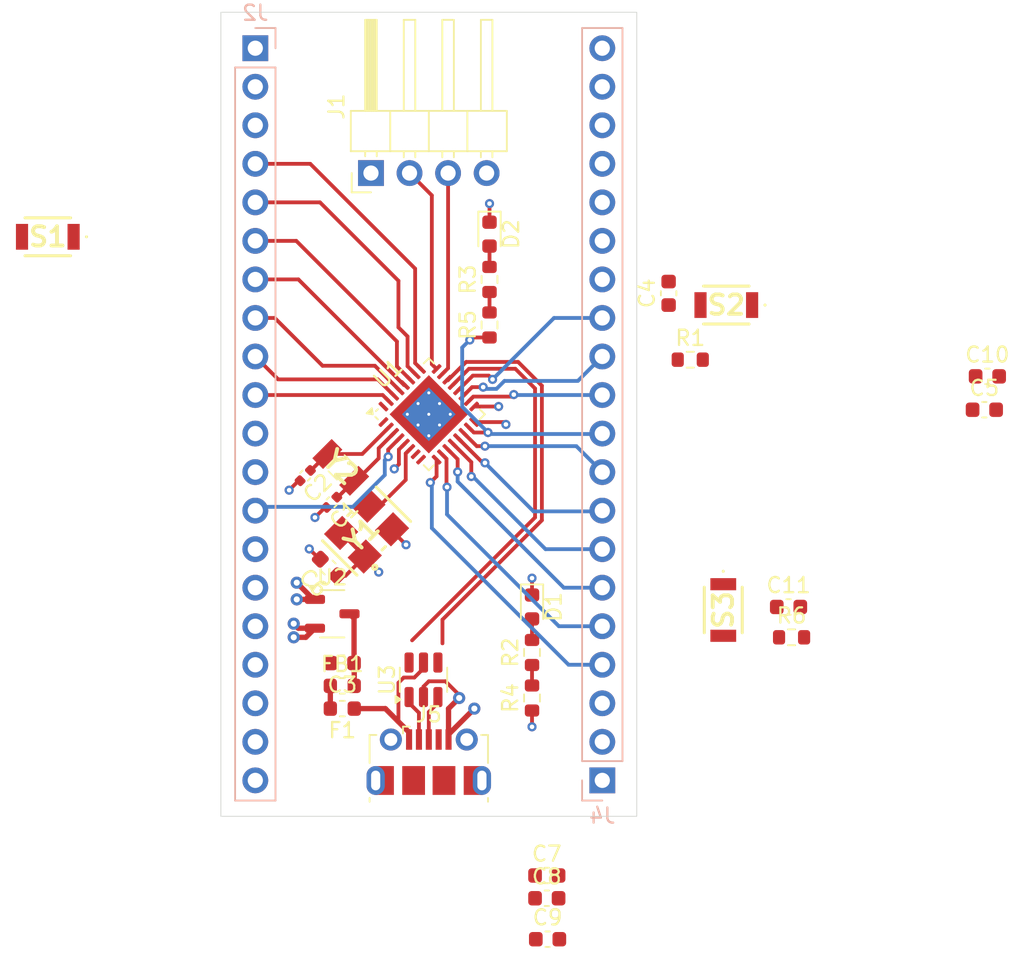
<source format=kicad_pcb>
(kicad_pcb (version 20240108) (generator "pcbnew") (generator_version "8.0")
  (layers (0 "F.Cu" signal) (1 "In1.Cu" power "GND") (2 "In2.Cu" power "3V3") (31 "B.Cu" signal) (34 "B.Paste" user) (35 "F.Paste" user) (36 "B.SilkS" user "B.Silkscreen") (37 "F.SilkS" user "F.Silkscreen") (38 "B.Mask" user) (39 "F.Mask" user) (44 "Edge.Cuts" user))
  (net 0 "")
  (net 1 "Net-(U2-VI)")
  (net 2 "Net-(F1-Pad2)")
  (net 3 "+5V_USB")
  (net 4 "/connectors_gpios_2_5_4/PH3(BOOT0)")
  (net 5 "GND")
  (net 6 "+3V3")
  (net 7 "/connectors_gpios_2_5_4/PA14")
  (net 8 "/connectors_gpios_2_5_4/PA13")
  (net 10 "/connectors_gpios_2_5_4/PA6")
  (net 11 "/connectors_gpios_2_5_4/PA10")
  (net 12 "/connectors_gpios_2_5_4/PA9")
  (net 13 "/connectors_gpios_2_5_4/PA15")
  (net 14 "/connectors_gpios_2_5_4/PA3")
  (net 15 "/connectors_gpios_2_5_4/PA0")
  (net 17 "/connectors_gpios_2_5_4/PA11")
  (net 19 "/connectors_gpios_2_5_4/PA4")
  (net 20 "/connectors_gpios_2_5_4/PA5")
  (net 21 "/connectors_gpios_2_5_4/PA2")
  (net 22 "/connectors_gpios_2_5_4/PA7")
  (net 23 "/connectors_gpios_2_5_4/PA12")
  (net 24 "/connectors_gpios_2_5_4/PA8")
  (net 25 "/connectors_gpios_2_5_4/PA1")
  (net 26 "/connectors_gpios_2_5_4/NRST")
  (net 27 "/connectors_gpios_2_5_4/PC14(OSC_IN)")
  (net 28 "/connectors_gpios_2_5_4/PB7")
  (net 29 "/connectors_gpios_2_5_4/PB4")
  (net 30 "/connectors_gpios_2_5_4/PB1")
  (net 31 "/connectors_gpios_2_5_4/PB6")
  (net 32 "/connectors_gpios_2_5_4/PB5")
  (net 33 "/connectors_gpios_2_5_4/PH3(BOOT)")
  (net 34 "Net-(D1-A)")
  (net 35 "Net-(D2-A)")
  (net 36 "Net-(R2-Pad1)")
  (net 37 "Net-(R3-Pad1)")
  (net 39 "/power_usb/USB_M-")
  (net 40 "/power_usb/USB_M+")
  (net 41 "Net-(C11-Pad1)")
  (net 42 "/connectors_gpios_2_5_4/PC15(OSC_OUT)")
  (net 47 "/connectors_gpios_2_5_4/PB3")
  (net 54 "/connectors_gpios_2_5_4/PB0")
  (footprint "Connector_PinHeader_2.54mm:PinHeader_1x04_P2.54mm_Horizontal" (layer "F.Cu") (at 146.19 84.1 90)
    (property "Reference" "J1" (at 4.385 -2.27 90) (layer "F.SilkS"))
    (property "Value" "Conn_01x04_Pin")
    (pad "1" thru_hole rect (at 0 0 90) (size 1.7 1.7) (drill 1) (layers "*.Cu" "*.Mask") (net 5 "GND"))
    (pad "2" thru_hole oval (at 0 2.54 90) (size 1.7 1.7) (drill 1) (layers "*.Cu" "*.Mask") (net 7 "/connectors_gpios_2_5_4/PA14"))
    (pad "3" thru_hole oval (at 0 5.08 90) (size 1.7 1.7) (drill 1) (layers "*.Cu" "*.Mask") (net 8 "/connectors_gpios_2_5_4/PA13"))
    (pad "4" thru_hole oval (at 0 7.62 90) (size 1.7 1.7) (drill 1) (layers "*.Cu" "*.Mask") (net 6 "+3V3"))
  )
  (footprint "custom_part_library_1:B3U1000PM_3D_MODEL" (layer "F.Cu") (at 169.6 92.8)
    (property "Reference" "S2" (at 0 0 0) (layer "F.SilkS") (effects (font (size 1.27 1.27) (thickness 0.254))))
    (property "Value" "B3U-1000PM" (hide yes))
    (pad "1" smd rect (at 1.700001 0) (size 0.8 1.7) (layers "F.Cu" "F.Paste" "F.Mask") (net 6 "+3V3"))
    (pad "2" smd rect (at -1.700001 0) (size 0.8 1.7) (layers "F.Cu" "F.Paste" "F.Mask") (net 4 "/connectors_gpios_2_5_4/PH3(BOOT0)"))
  )
  (footprint "custom_part_library_1:B3U1000PM_3D_MODEL" (layer "F.Cu") (at 169.4 112.9 90)
    (property "Reference" "S3" (at 0 0 90) (layer "F.SilkS") (effects (font (size 1.27 1.27) (thickness 0.254))))
    (property "Value" "B3U-1000PM" (hide yes))
    (pad "1" smd rect (at 1.7 0 90) (size 0.8 1.7) (layers "F.Cu" "F.Paste" "F.Mask") (net 5 "GND"))
    (pad "2" smd rect (at -1.7 0 90) (size 0.8 1.7) (layers "F.Cu" "F.Paste" "F.Mask") (net 41 "Net-(C11-Pad1)"))
  )
  (footprint "Capacitor_SMD:C_0603_1608Metric" (layer "F.Cu") (at 173.7 112.7)
    (property "Reference" "C11" (at 0 -1.43 0) (layer "F.SilkS"))
    (property "Value" "100nF")
    (pad "1" smd roundrect (at -0.775 0) (size 0.9 0.95) (layers "F.Cu" "F.Paste" "F.Mask") (net 41 "Net-(C11-Pad1)"))
    (pad "2" smd roundrect (at 0.775 0) (size 0.9 0.95) (layers "F.Cu" "F.Paste" "F.Mask") (net 5 "GND"))
  )
  (footprint "Capacitor_SMD:C_0603_1608Metric" (layer "F.Cu") (at 157.825 134.6)
    (property "Reference" "C9" (at 0 -1.43 0) (layer "F.SilkS"))
    (property "Value" "C_Small")
    (pad "1" smd roundrect (at -0.775 0) (size 0.9 0.95) (layers "F.Cu" "F.Paste" "F.Mask") (net 6 "+3V3"))
    (pad "2" smd roundrect (at 0.775 0) (size 0.9 0.95) (layers "F.Cu" "F.Paste" "F.Mask") (net 5 "GND"))
  )
  (footprint "Capacitor_SMD:C_0603_1608Metric" (layer "F.Cu") (at 144.3 116.4 180)
    (property "Reference" "C3" (at 0 -1.43 360) (layer "F.SilkS"))
    (property "Value" "100nF")
    (pad "1" smd roundrect (at -0.775 0 180) (size 0.9 0.95) (layers "F.Cu" "F.Paste" "F.Mask") (net 1 "Net-(U2-VI)"))
    (pad "2" smd roundrect (at 0.775 0 180) (size 0.9 0.95) (layers "F.Cu" "F.Paste" "F.Mask") (net 5 "GND"))
  )
  (footprint "Capacitor_SMD:C_0402_1005Metric" (layer "F.Cu") (at 141.860589 104.039411 -135)
    (property "Reference" "C2" (at 0 -1.16 45) (layer "F.SilkS"))
    (property "Value" "C_Small")
    (pad "1" smd roundrect (at -0.48 0 225) (size 0.56 0.62) (layers "F.Cu" "F.Paste" "F.Mask") (net 27 "/connectors_gpios_2_5_4/PC14(OSC_IN)"))
    (pad "2" smd roundrect (at 0.48 0 225) (size 0.56 0.62) (layers "F.Cu" "F.Paste" "F.Mask") (net 5 "GND"))
  )
  (footprint "Capacitor_SMD:C_0603_1608Metric" (layer "F.Cu") (at 157.775 131.9)
    (property "Reference" "C8" (at 0 -1.43 0) (layer "F.SilkS"))
    (property "Value" "C_Small")
    (pad "1" smd roundrect (at -0.775 0) (size 0.9 0.95) (layers "F.Cu" "F.Paste" "F.Mask") (net 6 "+3V3"))
    (pad "2" smd roundrect (at 0.775 0) (size 0.9 0.95) (layers "F.Cu" "F.Paste" "F.Mask") (net 5 "GND"))
  )
  (footprint "Resistor_SMD:R_0603_1608Metric" (layer "F.Cu") (at 154 91.1125 90)
    (property "Reference" "R3" (at 0 -1.43 90) (layer "F.SilkS"))
    (property "Value" "R_Small")
    (pad "1" smd roundrect (at -0.825 0 90) (size 0.8 0.95) (layers "F.Cu" "F.Paste" "F.Mask") (net 37 "Net-(R3-Pad1)"))
    (pad "2" smd roundrect (at 0.825 0 90) (size 0.8 0.95) (layers "F.Cu" "F.Paste" "F.Mask") (net 35 "Net-(D2-A)"))
  )
  (footprint "Inductor_SMD:L_0603_1608Metric" (layer "F.Cu") (at 144.3 117.9)
    (property "Reference" "FB1" (at 0 -1.43 0) (layer "F.SilkS"))
    (property "Value" "value")
    (pad "1" smd roundrect (at -0.7875 0) (size 0.875 0.95) (layers "F.Cu" "F.Paste" "F.Mask") (net 2 "Net-(F1-Pad2)"))
    (pad "2" smd roundrect (at 0.7875 0) (size 0.875 0.95) (layers "F.Cu" "F.Paste" "F.Mask") (net 1 "Net-(U2-VI)"))
  )
  (footprint "Package_TO_SOT_SMD:SOT-23-6" (layer "F.Cu") (at 149.65 117.5 90)
    (property "Reference" "U3" (at 0 -2.4 90) (layer "F.SilkS"))
    (property "Value" "USBLC6-2SC6")
    (pad "1" smd roundrect (at -1.1375 -0.95 90) (size 1.325 0.6) (layers "F.Cu" "F.Paste" "F.Mask") (net 40 "/power_usb/USB_M+"))
    (pad "2" smd roundrect (at -1.1375 0 90) (size 1.325 0.6) (layers "F.Cu" "F.Paste" "F.Mask") (net 5 "GND"))
    (pad "3" smd roundrect (at -1.1375 0.95 90) (size 1.325 0.6) (layers "F.Cu" "F.Paste" "F.Mask") (net 39 "/power_usb/USB_M-"))
    (pad "4" smd roundrect (at 1.1375 0.95 90) (size 1.325 0.6) (layers "F.Cu" "F.Paste" "F.Mask") (net 17 "/connectors_gpios_2_5_4/PA11"))
    (pad "5" smd roundrect (at 1.1375 0 90) (size 1.325 0.6) (layers "F.Cu" "F.Paste" "F.Mask") (net 3 "+5V_USB"))
    (pad "6" smd roundrect (at 1.1375 -0.95 90) (size 1.325 0.6) (layers "F.Cu" "F.Paste" "F.Mask") (net 23 "/connectors_gpios_2_5_4/PA12"))
  )
  (footprint "ASFL1_40MHZ_crystal:ASFL1" (layer "F.Cu") (at 145.9 107.7 45)
    (property "Reference" "Y1" (at -0.38911 -0.0398 45) (layer "F.SilkS") (effects (font (size 1.27 1.27) (thickness 0.254))))
    (property "Value" "ASFL1-40.000MHZ-EC-T" (hide yes))
    (pad "1" smd rect (at -1.27 1.1 135) (size 1.5 1.7) (layers "F.Cu" "F.Paste" "F.Mask") (net 6 "+3V3"))
    (pad "2" smd rect (at 1.27 1.1 135) (size 1.5 1.7) (layers "F.Cu" "F.Paste" "F.Mask") (net 5 "GND"))
    (pad "3" smd rect (at 1.27 -1.1 135) (size 1.5 1.7) (layers "F.Cu" "F.Paste" "F.Mask") (net 15 "/connectors_gpios_2_5_4/PA0"))
    (pad "4" smd rect (at -1.27 -1.1 135) (size 1.5 1.7) (layers "F.Cu" "F.Paste" "F.Mask") (net 6 "+3V3"))
  )
  (footprint "Resistor_SMD:R_0603_1608Metric" (layer "F.Cu") (at 154 94.1125 90)
    (property "Reference" "R5" (at 0 -1.43 90) (layer "F.SilkS"))
    (property "Value" "R_Small")
    (pad "1" smd roundrect (at -0.825 0 90) (size 0.8 0.95) (layers "F.Cu" "F.Paste" "F.Mask") (net 30 "/connectors_gpios_2_5_4/PB1"))
    (pad "2" smd roundrect (at 0.825 0 90) (size 0.8 0.95) (layers "F.Cu" "F.Paste" "F.Mask") (net 37 "Net-(R3-Pad1)"))
  )
  (footprint "Resistor_SMD:R_0603_1608Metric" (layer "F.Cu") (at 167.225 96.4)
    (property "Reference" "R1" (at 0 -1.43 0) (layer "F.SilkS"))
    (property "Value" "10K")
    (pad "1" smd roundrect (at -0.825 0) (size 0.8 0.95) (layers "F.Cu" "F.Paste" "F.Mask") (net 4 "/connectors_gpios_2_5_4/PH3(BOOT0)"))
    (pad "2" smd roundrect (at 0.825 0) (size 0.8 0.95) (layers "F.Cu" "F.Paste" "F.Mask") (net 5 "GND"))
  )
  (footprint "Capacitor_SMD:C_0603_1608Metric" (layer "F.Cu") (at 165.8 92.025 90)
    (property "Reference" "C4" (at 0 -1.43 90) (layer "F.SilkS"))
    (property "Value" "100nF")
    (pad "1" smd roundrect (at -0.775 0 90) (size 0.9 0.95) (layers "F.Cu" "F.Paste" "F.Mask") (net 4 "/connectors_gpios_2_5_4/PH3(BOOT0)"))
    (pad "2" smd roundrect (at 0.775 0 90) (size 0.9 0.95) (layers "F.Cu" "F.Paste" "F.Mask") (net 5 "GND"))
  )
  (footprint "LED_SMD:LED_0603_1608Metric" (layer "F.Cu") (at 154 88.125 -90)
    (property "Reference" "D2" (at 0 -1.43 90) (layer "F.SilkS"))
    (property "Value" "LED")
    (pad "1" smd roundrect (at -0.7875 0 270) (size 0.875 0.95) (layers "F.Cu" "F.Paste" "F.Mask") (net 5 "GND"))
    (pad "2" smd roundrect (at 0.7875 0 270) (size 0.875 0.95) (layers "F.Cu" "F.Paste" "F.Mask") (net 35 "Net-(D2-A)"))
  )
  (footprint "Capacitor_SMD:C_0603_1608Metric" (layer "F.Cu") (at 186.6 99.7)
    (property "Reference" "C5" (at 0 -1.43 0) (layer "F.SilkS"))
    (property "Value" "100nF")
    (pad "1" smd roundrect (at -0.775 0) (size 0.9 0.95) (layers "F.Cu" "F.Paste" "F.Mask") (net 6 "+3V3"))
    (pad "2" smd roundrect (at 0.775 0) (size 0.9 0.95) (layers "F.Cu" "F.Paste" "F.Mask") (net 5 "GND"))
  )
  (footprint "Capacitor_SMD:C_0402_1005Metric" (layer "F.Cu") (at 143.6 105.8 -135)
    (property "Reference" "C1" (at 0 -1.16 45) (layer "F.SilkS"))
    (property "Value" "C_Small")
    (pad "1" smd roundrect (at -0.48 0 225) (size 0.56 0.62) (layers "F.Cu" "F.Paste" "F.Mask") (net 42 "/connectors_gpios_2_5_4/PC15(OSC_OUT)"))
    (pad "2" smd roundrect (at 0.48 0 225) (size 0.56 0.62) (layers "F.Cu" "F.Paste" "F.Mask") (net 5 "GND"))
  )
  (footprint "Fuse:Fuse_0603_1608Metric" (layer "F.Cu") (at 144.3 119.4 180)
    (property "Reference" "F1" (at 0 -1.43 360) (layer "F.SilkS"))
    (property "Value" "250mA")
    (pad "1" smd roundrect (at -0.7875 0 180) (size 0.875 0.95) (layers "F.Cu" "F.Paste" "F.Mask") (net 3 "+5V_USB"))
    (pad "2" smd roundrect (at 0.7875 0 180) (size 0.875 0.95) (layers "F.Cu" "F.Paste" "F.Mask") (net 2 "Net-(F1-Pad2)"))
  )
  (footprint "Resistor_SMD:R_0603_1608Metric" (layer "F.Cu") (at 156.8 118.7 90)
    (property "Reference" "R4" (at 0 -1.43 90) (layer "F.SilkS"))
    (property "Value" "R_Small")
    (pad "1" smd roundrect (at -0.825 0 90) (size 0.8 0.95) (layers "F.Cu" "F.Paste" "F.Mask") (net 6 "+3V3"))
    (pad "2" smd roundrect (at 0.825 0 90) (size 0.8 0.95) (layers "F.Cu" "F.Paste" "F.Mask") (net 36 "Net-(R2-Pad1)"))
  )
  (footprint "Resistor_SMD:R_0603_1608Metric" (layer "F.Cu") (at 173.9 114.7)
    (property "Reference" "R6" (at 0 -1.43 0) (layer "F.SilkS"))
    (property "Value" "R_Small")
    (pad "1" smd roundrect (at -0.825 0) (size 0.8 0.95) (layers "F.Cu" "F.Paste" "F.Mask") (net 25 "/connectors_gpios_2_5_4/PA1"))
    (pad "2" smd roundrect (at 0.825 0) (size 0.8 0.95) (layers "F.Cu" "F.Paste" "F.Mask") (net 41 "Net-(C11-Pad1)"))
  )
  (footprint "Capacitor_SMD:C_0603_1608Metric" (layer "F.Cu") (at 157.775 130.4)
    (property "Reference" "C7" (at 0 -1.43 0) (layer "F.SilkS"))
    (property "Value" "C_Small")
    (pad "1" smd roundrect (at -0.775 0) (size 0.9 0.95) (layers "F.Cu" "F.Paste" "F.Mask") (net 6 "+3V3"))
    (pad "2" smd roundrect (at 0.775 0) (size 0.9 0.95) (layers "F.Cu" "F.Paste" "F.Mask") (net 5 "GND"))
  )
  (footprint "custom_part_library_1:B3U1000PM_3D_MODEL" (layer "F.Cu") (at 124.9 88.3)
    (property "Reference" "S1" (at 0 0 0) (layer "F.SilkS") (effects (font (size 1.27 1.27) (thickness 0.254))))
    (property "Value" "B3U-1000PM" (hide yes))
    (pad "1" smd rect (at 1.700001 0) (size 0.8 1.7) (layers "F.Cu" "F.Paste" "F.Mask") (net 5 "GND"))
    (pad "2" smd rect (at -1.700001 0) (size 0.8 1.7) (layers "F.Cu" "F.Paste" "F.Mask") (net 26 "/connectors_gpios_2_5_4/NRST"))
  )
  (footprint "FC_135_CLOCK_KI_CAD:FC-135_32_7680KA-A3" (layer "F.Cu") (at 144.2 103.5 -45)
    (property "Reference" "Y2" (at 0 0 135) (layer "F.SilkS") (effects (font (size 1.27 1.27) (thickness 0.254))))
    (property "Value" "FC-135_32.7680KA-A3_12_5_pF" (hide yes))
    (pad "1" smd rect (at -1.249999 0 315) (size 1 1.8) (layers "F.Cu" "F.Paste" "F.Mask") (net 27 "/connectors_gpios_2_5_4/PC14(OSC_IN)"))
    (pad "2" smd rect (at 1.249999 0 315) (size 1 1.8) (layers "F.Cu" "F.Paste" "F.Mask") (net 42 "/connectors_gpios_2_5_4/PC15(OSC_OUT)"))
  )
  (footprint "Capacitor_SMD:C_0603_1608Metric" (layer "F.Cu") (at 143.4 110.1 135)
    (property "Reference" "C6" (at 0 -1.43 135) (layer "F.SilkS"))
    (property "Value" "100nF")
    (pad "1" smd roundrect (at -0.775 0 135) (size 0.9 0.95) (layers "F.Cu" "F.Paste" "F.Mask") (net 6 "+3V3"))
    (pad "2" smd roundrect (at 0.775 0 135) (size 0.9 0.95) (layers "F.Cu" "F.Paste" "F.Mask") (net 5 "GND"))
  )
  (footprint "Package_DFN_QFN:QFN-32-1EP_5x5mm_P0.5mm_EP3.65x3.65mm_ThermalVias" (layer "F.Cu") (at 150 100 45)
    (property "Reference" "U1" (at 0 -3.8 45) (layer "F.SilkS"))
    (property "Value" "STM32L432KCUx")
    (pad "1" smd roundrect (at -2.475 -1.75 45) (size 0.75 0.25) (layers "F.Cu" "F.Paste" "F.Mask") (net 6 "+3V3"))
    (pad "2" smd roundrect (at -2.475 -1.25 45) (size 0.75 0.25) (layers "F.Cu" "F.Paste" "F.Mask") (net 27 "/connectors_gpios_2_5_4/PC14(OSC_IN)"))
    (pad "3" smd roundrect (at -2.475 -0.75 45) (size 0.75 0.25) (layers "F.Cu" "F.Paste" "F.Mask") (net 42 "/connectors_gpios_2_5_4/PC15(OSC_OUT)"))
    (pad "4" smd roundrect (at -2.475 -0.25 45) (size 0.75 0.25) (layers "F.Cu" "F.Paste" "F.Mask") (net 26 "/connectors_gpios_2_5_4/NRST"))
    (pad "5" smd roundrect (at -2.475 0.25 45) (size 0.75 0.25) (layers "F.Cu" "F.Paste" "F.Mask") (net 6 "+3V3"))
    (pad "6" smd roundrect (at -2.475 0.75 45) (size 0.75 0.25) (layers "F.Cu" "F.Paste" "F.Mask") (net 15 "/connectors_gpios_2_5_4/PA0"))
    (pad "7" smd roundrect (at -2.475 1.25 45) (size 0.75 0.25) (layers "F.Cu" "F.Paste" "F.Mask") (net 25 "/connectors_gpios_2_5_4/PA1"))
    (pad "8" smd roundrect (at -2.475 1.75 45) (size 0.75 0.25) (layers "F.Cu" "F.Paste" "F.Mask") (net 21 "/connectors_gpios_2_5_4/PA2"))
    (pad "9" smd roundrect (at -1.75 2.475 45) (size 0.25 0.75) (layers "F.Cu" "F.Paste" "F.Mask") (net 14 "/connectors_gpios_2_5_4/PA3"))
    (pad "10" smd roundrect (at -1.25 2.475 45) (size 0.25 0.75) (layers "F.Cu" "F.Paste" "F.Mask") (net 19 "/connectors_gpios_2_5_4/PA4"))
    (pad "11" smd roundrect (at -0.75 2.475 45) (size 0.25 0.75) (layers "F.Cu" "F.Paste" "F.Mask") (net 20 "/connectors_gpios_2_5_4/PA5"))
    (pad "12" smd roundrect (at -0.25 2.475 45) (size 0.25 0.75) (layers "F.Cu" "F.Paste" "F.Mask") (net 10 "/connectors_gpios_2_5_4/PA6"))
    (pad "13" smd roundrect (at 0.25 2.475 45) (size 0.25 0.75) (layers "F.Cu" "F.Paste" "F.Mask") (net 22 "/connectors_gpios_2_5_4/PA7"))
    (pad "14" smd roundrect (at 0.75 2.475 45) (size 0.25 0.75) (layers "F.Cu" "F.Paste" "F.Mask") (net 54 "/connectors_gpios_2_5_4/PB0"))
    (pad "15" smd roundrect (at 1.25 2.475 45) (size 0.25 0.75) (layers "F.Cu" "F.Paste" "F.Mask") (net 30 "/connectors_gpios_2_5_4/PB1"))
    (pad "16" smd roundrect (at 1.75 2.475 45) (size 0.25 0.75) (layers "F.Cu" "F.Paste" "F.Mask") (net 5 "GND"))
    (pad "17" smd roundrect (at 2.475 1.75 45) (size 0.75 0.25) (layers "F.Cu" "F.Paste" "F.Mask") (net 6 "+3V3"))
    (pad "18" smd roundrect (at 2.475 1.25 45) (size 0.75 0.25) (layers "F.Cu" "F.Paste" "F.Mask") (net 24 "/connectors_gpios_2_5_4/PA8"))
    (pad "19" smd roundrect (at 2.475 0.75 45) (size 0.75 0.25) (layers "F.Cu" "F.Paste" "F.Mask") (net 12 "/connectors_gpios_2_5_4/PA9"))
    (pad "20" smd roundrect (at 2.475 0.25 45) (size 0.75 0.25) (layers "F.Cu" "F.Paste" "F.Mask") (net 11 "/connectors_gpios_2_5_4/PA10"))
    (pad "21" smd roundrect (at 2.475 -0.25 45) (size 0.75 0.25) (layers "F.Cu" "F.Paste" "F.Mask") (net 17 "/connectors_gpios_2_5_4/PA11"))
    (pad "22" smd roundrect (at 2.475 -0.75 45) (size 0.75 0.25) (layers "F.Cu" "F.Paste" "F.Mask") (net 23 "/connectors_gpios_2_5_4/PA12"))
    (pad "23" smd roundrect (at 2.475 -1.25 45) (size 0.75 0.25) (layers "F.Cu" "F.Paste" "F.Mask") (net 8 "/connectors_gpios_2_5_4/PA13"))
    (pad "24" smd roundrect (at 2.475 -1.75 45) (size 0.75 0.25) (layers "F.Cu" "F.Paste" "F.Mask") (net 7 "/connectors_gpios_2_5_4/PA14"))
    (pad "25" smd roundrect (at 1.75 -2.475 45) (size 0.25 0.75) (layers "F.Cu" "F.Paste" "F.Mask") (net 13 "/connectors_gpios_2_5_4/PA15"))
    (pad "26" smd roundrect (at 1.25 -2.475 45) (size 0.25 0.75) (layers "F.Cu" "F.Paste" "F.Mask") (net 47 "/connectors_gpios_2_5_4/PB3"))
    (pad "27" smd roundrect (at 0.75 -2.475 45) (size 0.25 0.75) (layers "F.Cu" "F.Paste" "F.Mask") (net 29 "/connectors_gpios_2_5_4/PB4"))
    (pad "28" smd roundrect (at 0.25 -2.475 45) (size 0.25 0.75) (layers "F.Cu" "F.Paste" "F.Mask") (net 32 "/connectors_gpios_2_5_4/PB5"))
    (pad "29" smd roundrect (at -0.25 -2.475 45) (size 0.25 0.75) (layers "F.Cu" "F.Paste" "F.Mask") (net 31 "/connectors_gpios_2_5_4/PB6"))
    (pad "30" smd roundrect (at -0.75 -2.475 45) (size 0.25 0.75) (layers "F.Cu" "F.Paste" "F.Mask") (net 28 "/connectors_gpios_2_5_4/PB7"))
    (pad "31" smd roundrect (at -1.25 -2.475 45) (size 0.25 0.75) (layers "F.Cu" "F.Paste" "F.Mask") (net 33 "/connectors_gpios_2_5_4/PH3(BOOT)"))
    (pad "32" smd roundrect (at -1.75 -2.475 45) (size 0.25 0.75) (layers "F.Cu" "F.Paste" "F.Mask") (net 5 "GND"))
    (pad "33" thru_hole circle (at -1 -1 45) (size 0.5 0.5) (drill 0.2) (property pad_prop_heatsink) (layers "*.Cu") (net 5 "GND"))
    (pad "33" thru_hole circle (at -1 0 45) (size 0.5 0.5) (drill 0.2) (property pad_prop_heatsink) (layers "*.Cu") (net 5 "GND"))
    (pad "33" thru_hole circle (at -1 1 45) (size 0.5 0.5) (drill 0.2) (property pad_prop_heatsink) (layers "*.Cu") (net 5 "GND"))
    (pad "33" thru_hole circle (at 0 -1 45) (size 0.5 0.5) (drill 0.2) (property pad_prop_heatsink) (layers "*.Cu") (net 5 "GND"))
    (pad "33" thru_hole circle (at 0 0 45) (size 0.5 0.5) (drill 0.2) (property pad_prop_heatsink) (layers "*.Cu") (net 5 "GND"))
    (pad "33" smd rect (at 0 0 45) (size 2.5 2.5) (property pad_prop_heatsink) (layers "B.Cu") (net 5 "GND"))
    (pad "33" smd rect (at 0 0 45) (size 3.65 3.65) (property pad_prop_heatsink) (layers "F.Cu" "F.Mask") (net 5 "GND"))
    (pad "33" thru_hole circle (at 0 1 45) (size 0.5 0.5) (drill 0.2) (property pad_prop_heatsink) (layers "*.Cu") (net 5 "GND"))
    (pad "33" thru_hole circle (at 1 -1 45) (size 0.5 0.5) (drill 0.2) (property pad_prop_heatsink) (layers "*.Cu") (net 5 "GND"))
    (pad "33" thru_hole circle (at 1 0 45) (size 0.5 0.5) (drill 0.2) (property pad_prop_heatsink) (layers "*.Cu") (net 5 "GND"))
    (pad "33" thru_hole circle (at 1 1 45) (size 0.5 0.5) (drill 0.2) (property pad_prop_heatsink) (layers "*.Cu") (net 5 "GND"))
  )
  (footprint "Connector_USB:USB_Micro-B_Molex-105017-0001" (layer "F.Cu") (at 150 122.9)
    (property "Reference" "J5" (at 0 -3.1125 0) (layer "F.SilkS"))
    (property "Value" "USB_B_Micro")
    (pad "1" smd rect (at -1.3 -1.4625) (size 0.4 1.35) (layers "F.Cu" "F.Paste" "F.Mask") (net 3 "+5V_USB"))
    (pad "2" smd rect (at -0.65 -1.4625) (size 0.4 1.35) (layers "F.Cu" "F.Paste" "F.Mask") (net 39 "/power_usb/USB_M-"))
    (pad "3" smd rect (at 0 -1.4625) (size 0.4 1.35) (layers "F.Cu" "F.Paste" "F.Mask") (net 40 "/power_usb/USB_M+"))
    (pad "4" smd rect (at 0.65 -1.4625) (size 0.4 1.35) (layers "F.Cu" "F.Paste" "F.Mask"))
    (pad "5" smd rect (at 1.3 -1.4625) (size 0.4 1.35) (layers "F.Cu" "F.Paste" "F.Mask") (net 5 "GND"))
    (pad "6" thru_hole oval (at -3.5 1.2375 180) (size 1.2 1.9) (drill oval 0.6 1.3) (layers "*.Cu" "*.Mask") (net 5 "GND"))
    (pad "6" smd rect (at -2.9 1.2375) (size 1.2 1.9) (layers "F.Cu" "F.Mask") (net 5 "GND"))
    (pad "6" thru_hole circle (at -2.5 -1.4625) (size 1.45 1.45) (drill 0.85) (layers "*.Cu" "*.Mask") (net 5 "GND"))
    (pad "6" smd rect (at -1 1.2375) (size 1.5 1.9) (layers "F.Cu" "F.Paste" "F.Mask") (net 5 "GND"))
    (pad "6" smd rect (at 1 1.2375) (size 1.5 1.9) (layers "F.Cu" "F.Paste" "F.Mask") (net 5 "GND"))
    (pad "6" thru_hole circle (at 2.5 -1.4625) (size 1.45 1.45) (drill 0.85) (layers "*.Cu" "*.Mask") (net 5 "GND"))
    (pad "6" smd rect (at 2.9 1.2375) (size 1.2 1.9) (layers "F.Cu" "F.Mask") (net 5 "GND"))
    (pad "6" thru_hole oval (at 3.5 1.2375) (size 1.2 1.9) (drill oval 0.6 1.3) (layers "*.Cu" "*.Mask") (net 5 "GND"))
  )
  (footprint "Capacitor_SMD:C_0603_1608Metric" (layer "F.Cu") (at 186.8 97.5)
    (property "Reference" "C10" (at 0 -1.43 0) (layer "F.SilkS"))
    (property "Value" "100nF")
    (pad "1" smd roundrect (at -0.775 0) (size 0.9 0.95) (layers "F.Cu" "F.Paste" "F.Mask") (net 26 "/connectors_gpios_2_5_4/NRST"))
    (pad "2" smd roundrect (at 0.775 0) (size 0.9 0.95) (layers "F.Cu" "F.Paste" "F.Mask") (net 5 "GND"))
  )
  (footprint "Package_TO_SOT_SMD:SOT-23-3" (layer "F.Cu") (at 143.6375 113.15)
    (property "Reference" "U2" (at 0 -2.4 0) (layer "F.SilkS"))
    (property "Value" "XC6206PxxxMR")
    (pad "1" smd roundrect (at -1.1375 -0.95) (size 1.325 0.6) (layers "F.Cu" "F.Paste" "F.Mask") (net 5 "GND"))
    (pad "2" smd roundrect (at -1.1375 0.95) (size 1.325 0.6) (layers "F.Cu" "F.Paste" "F.Mask") (net 6 "+3V3"))
    (pad "3" smd roundrect (at 1.1375 0) (size 1.325 0.6) (layers "F.Cu" "F.Paste" "F.Mask") (net 1 "Net-(U2-VI)"))
  )
  (footprint "Resistor_SMD:R_0603_1608Metric" (layer "F.Cu") (at 156.8 115.7 90)
    (property "Reference" "R2" (at 0 -1.43 90) (layer "F.SilkS"))
    (property "Value" "R_Small")
    (pad "1" smd roundrect (at -0.825 0 90) (size 0.8 0.95) (layers "F.Cu" "F.Paste" "F.Mask") (net 36 "Net-(R2-Pad1)"))
    (pad "2" smd roundrect (at 0.825 0 90) (size 0.8 0.95) (layers "F.Cu" "F.Paste" "F.Mask") (net 34 "Net-(D1-A)"))
  )
  (footprint "LED_SMD:LED_0603_1608Metric" (layer "F.Cu") (at 156.8 112.7 -90)
    (property "Reference" "D1" (at 0 -1.43 90) (layer "F.SilkS"))
    (property "Value" "LED")
    (pad "1" smd roundrect (at -0.7875 0 270) (size 0.875 0.95) (layers "F.Cu" "F.Paste" "F.Mask") (net 5 "GND"))
    (pad "2" smd roundrect (at 0.7875 0 270) (size 0.875 0.95) (layers "F.Cu" "F.Paste" "F.Mask") (net 34 "Net-(D1-A)"))
  )
  (footprint "Connector_PinHeader_2.54mm:PinHeader_1x20_P2.54mm_Vertical" (layer "B.Cu") (at 138.57 75.87 180)
    (property "Reference" "J2" (at 0 2.33 0) (layer "B.SilkS") (effects (justify mirror)))
    (property "Value" "Conn_01x20_Pin")
    (pad "1" thru_hole rect (at 0 0 180) (size 1.7 1.7) (drill 1) (layers "*.Cu" "*.Mask"))
    (pad "2" thru_hole oval (at 0 -2.54 180) (size 1.7 1.7) (drill 1) (layers "*.Cu" "*.Mask"))
    (pad "3" thru_hole oval (at 0 -5.08 180) (size 1.7 1.7) (drill 1) (layers "*.Cu" "*.Mask"))
    (pad "4" thru_hole oval (at 0 -7.62 180) (size 1.7 1.7) (drill 1) (layers "*.Cu" "*.Mask") (net 13 "/connectors_gpios_2_5_4/PA15"))
    (pad "5" thru_hole oval (at 0 -10.16 180) (size 1.7 1.7) (drill 1) (layers "*.Cu" "*.Mask") (net 47 "/connectors_gpios_2_5_4/PB3"))
    (pad "6" thru_hole oval (at 0 -12.7 180) (size 1.7 1.7) (drill 1) (layers "*.Cu" "*.Mask") (net 29 "/connectors_gpios_2_5_4/PB4"))
    (pad "7" thru_hole oval (at 0 -15.24 180) (size 1.7 1.7) (drill 1) (layers "*.Cu" "*.Mask") (net 32 "/connectors_gpios_2_5_4/PB5"))
    (pad "8" thru_hole oval (at 0 -17.78 180) (size 1.7 1.7) (drill 1) (layers "*.Cu" "*.Mask") (net 31 "/connectors_gpios_2_5_4/PB6"))
    (pad "9" thru_hole oval (at 0 -20.32 180) (size 1.7 1.7) (drill 1) (layers "*.Cu" "*.Mask") (net 28 "/connectors_gpios_2_5_4/PB7"))
    (pad "10" thru_hole oval (at 0 -22.86 180) (size 1.7 1.7) (drill 1) (layers "*.Cu" "*.Mask") (net 33 "/connectors_gpios_2_5_4/PH3(BOOT)"))
    (pad "11" thru_hole oval (at 0 -25.4 180) (size 1.7 1.7) (drill 1) (layers "*.Cu" "*.Mask") (net 27 "/connectors_gpios_2_5_4/PC14(OSC_IN)"))
    (pad "12" thru_hole oval (at 0 -27.94 180) (size 1.7 1.7) (drill 1) (layers "*.Cu" "*.Mask") (net 42 "/connectors_gpios_2_5_4/PC15(OSC_OUT)"))
    (pad "13" thru_hole oval (at 0 -30.48 180) (size 1.7 1.7) (drill 1) (layers "*.Cu" "*.Mask") (net 26 "/connectors_gpios_2_5_4/NRST"))
    (pad "14" thru_hole oval (at 0 -33.02 180) (size 1.7 1.7) (drill 1) (layers "*.Cu" "*.Mask") (net 15 "/connectors_gpios_2_5_4/PA0"))
    (pad "15" thru_hole oval (at 0 -35.56 180) (size 1.7 1.7) (drill 1) (layers "*.Cu" "*.Mask") (net 25 "/connectors_gpios_2_5_4/PA1"))
    (pad "16" thru_hole oval (at 0 -38.1 180) (size 1.7 1.7) (drill 1) (layers "*.Cu" "*.Mask") (net 21 "/connectors_gpios_2_5_4/PA2"))
    (pad "17" thru_hole oval (at 0 -40.64 180) (size 1.7 1.7) (drill 1) (layers "*.Cu" "*.Mask"))
    (pad "18" thru_hole oval (at 0 -43.18 180) (size 1.7 1.7) (drill 1) (layers "*.Cu" "*.Mask"))
    (pad "19" thru_hole oval (at 0 -45.72 180) (size 1.7 1.7) (drill 1) (layers "*.Cu" "*.Mask"))
    (pad "20" thru_hole oval (at 0 -48.26 180) (size 1.7 1.7) (drill 1) (layers "*.Cu" "*.Mask"))
  )
  (footprint "Connector_PinHeader_2.54mm:PinHeader_1x20_P2.54mm_Vertical" (layer "B.Cu") (at 161.43 124.13)
    (property "Reference" "J4" (at 0 2.33 180) (layer "B.SilkS") (effects (justify mirror)))
    (property "Value" "Conn_01x20_Pin")
    (pad "1" thru_hole rect (at 0 0) (size 1.7 1.7) (drill 1) (layers "*.Cu" "*.Mask"))
    (pad "2" thru_hole oval (at 0 -2.54) (size 1.7 1.7) (drill 1) (layers "*.Cu" "*.Mask"))
    (pad "3" thru_hole oval (at 0 -5.08) (size 1.7 1.7) (drill 1) (layers "*.Cu" "*.Mask"))
    (pad "4" thru_hole oval (at 0 -7.62) (size 1.7 1.7) (drill 1) (layers "*.Cu" "*.Mask") (net 14 "/connectors_gpios_2_5_4/PA3"))
    (pad "5" thru_hole oval (at 0 -10.16) (size 1.7 1.7) (drill 1) (layers "*.Cu" "*.Mask") (net 19 "/connectors_gpios_2_5_4/PA4"))
    (pad "6" thru_hole oval (at 0 -12.7) (size 1.7 1.7) (drill 1) (layers "*.Cu" "*.Mask") (net 20 "/connectors_gpios_2_5_4/PA5"))
    (pad "7" thru_hole oval (at 0 -15.24) (size 1.7 1.7) (drill 1) (layers "*.Cu" "*.Mask") (net 10 "/connectors_gpios_2_5_4/PA6"))
    (pad "8" thru_hole oval (at 0 -17.78) (size 1.7 1.7) (drill 1) (layers "*.Cu" "*.Mask") (net 22 "/connectors_gpios_2_5_4/PA7"))
    (pad "9" thru_hole oval (at 0 -20.32) (size 1.7 1.7) (drill 1) (layers "*.Cu" "*.Mask") (net 54 "/connectors_gpios_2_5_4/PB0"))
    (pad "10" thru_hole oval (at 0 -22.86) (size 1.7 1.7) (drill 1) (layers "*.Cu" "*.Mask") (net 30 "/connectors_gpios_2_5_4/PB1"))
    (pad "11" thru_hole oval (at 0 -25.4) (size 1.7 1.7) (drill 1) (layers "*.Cu" "*.Mask") (net 24 "/connectors_gpios_2_5_4/PA8"))
    (pad "12" thru_hole oval (at 0 -27.94) (size 1.7 1.7) (drill 1) (layers "*.Cu" "*.Mask") (net 12 "/connectors_gpios_2_5_4/PA9"))
    (pad "13" thru_hole oval (at 0 -30.48) (size 1.7 1.7) (drill 1) (layers "*.Cu" "*.Mask") (net 11 "/connectors_gpios_2_5_4/PA10"))
    (pad "14" thru_hole oval (at 0 -33.02) (size 1.7 1.7) (drill 1) (layers "*.Cu" "*.Mask") (net 17 "/connectors_gpios_2_5_4/PA11"))
    (pad "15" thru_hole oval (at 0 -35.56) (size 1.7 1.7) (drill 1) (layers "*.Cu" "*.Mask") (net 23 "/connectors_gpios_2_5_4/PA12"))
    (pad "16" thru_hole oval (at 0 -38.1) (size 1.7 1.7) (drill 1) (layers "*.Cu" "*.Mask") (net 8 "/connectors_gpios_2_5_4/PA13"))
    (pad "17" thru_hole oval (at 0 -40.64) (size 1.7 1.7) (drill 1) (layers "*.Cu" "*.Mask") (net 7 "/connectors_gpios_2_5_4/PA14"))
    (pad "18" thru_hole oval (at 0 -43.18) (size 1.7 1.7) (drill 1) (layers "*.Cu" "*.Mask"))
    (pad "19" thru_hole oval (at 0 -45.72) (size 1.7 1.7) (drill 1) (layers "*.Cu" "*.Mask"))
    (pad "20" thru_hole oval (at 0 -48.26) (size 1.7 1.7) (drill 1) (layers "*.Cu" "*.Mask"))
  )
  (gr_rect (start 136.3 73.5) (end 163.7 126.5) (stroke (width 0.05)) (fill none) (layer "Edge.Cuts"))
  (segment (start 145.075 113.45) (end 144.775 113.15) (width 0.35) (layer "F.Cu") (net 1))
  (segment (start 145.0875 116.4125) (end 145.075 116.4) (width 0.35) (layer "F.Cu") (net 1))
  (segment (start 145.0875 117.9) (end 145.0875 116.4125) (width 0.35) (layer "F.Cu") (net 1))
  (segment (start 145.075 116.4) (end 145.075 113.45) (width 0.35) (layer "F.Cu") (net 1))
  (segment (start 143.5125 119.4) (end 143.5125 117.9) (width 0.35) (layer "F.Cu") (net 2))
  (segment (start 148.35 117.35) (end 148 117.7) (width 0.25) (layer "F.Cu") (net 3))
  (segment (start 149.050908 117.35) (end 148.35 117.35) (width 0.25) (layer "F.Cu") (net 3))
  (segment (start 148 117.7) (end 148 120.2) (width 0.25) (layer "F.Cu") (net 3))
  (segment (start 147.1375 119.4) (end 145.0875 119.4) (width 0.35) (layer "F.Cu") (net 3))
  (segment (start 148.7 120.9625) (end 147.96875 120.23125) (width 0.35) (layer "F.Cu") (net 3))
  (segment (start 149.65 116.3625) (end 149.65 116.750908) (width 0.25) (layer "F.Cu") (net 3))
  (segment (start 149.65 116.750908) (end 149.050908 117.35) (width 0.25) (layer "F.Cu") (net 3))
  (segment (start 147.96875 120.23125) (end 147.1375 119.4) (width 0.35) (layer "F.Cu") (net 3))
  (segment (start 148.7 121.4375) (end 148.7 120.9625) (width 0.35) (layer "F.Cu") (net 3))
  (segment (start 148 120.2) (end 147.96875 120.23125) (width 0.25) (layer "F.Cu") (net 3))
  (segment (start 142.5 112.2) (end 141.3 112.2) (width 0.35) (layer "F.Cu") (net 5))
  (segment (start 154.923652 100.512652) (end 152.987526 100.512652) (width 0.25) (layer "F.Cu") (net 5))
  (segment (start 149.65 118.6375) (end 149.65 117.949092) (width 0.25) (layer "F.Cu") (net 5))
  (segment (start 155.080222 100.669222) (end 154.923652 100.512652) (width 0.25) (layer "F.Cu") (net 5))
  (segment (start 151.3 121.1) (end 153 119.4) (width 0.35) (layer "F.Cu") (net 5))
  (segment (start 151.3 119.4) (end 151.3 121.4375) (width 0.35) (layer "F.Cu") (net 5))
  (segment (start 142.125 108.875) (end 142.801992 109.551992) (width 0.25) (layer "F.Cu") (net 5))
  (segment (start 147.575843 107.579792) (end 147.575843 107.675843) (width 0.25) (layer "F.Cu") (net 5))
  (segment (start 142.5 112.2) (end 142.4 112.2) (width 0.35) (layer "F.Cu") (net 5))
  (segment (start 143.160589 106.139411) (end 142.5 106.8) (width 0.25) (layer "F.Cu") (net 5))
  (segment (start 151.3 121.4375) (end 151.3 121.1) (width 0.35) (layer "F.Cu") (net 5))
  (segment (start 142.801992 109.551992) (end 142.851992 109.551992) (width 0.25) (layer "F.Cu") (net 5))
  (segment (start 147.575843 107.675843) (end 148.5 108.6) (width 0.25) (layer "F.Cu") (net 5))
  (segment (start 152 118.7) (end 151.3 119.4) (width 0.35) (layer "F.Cu") (net 5))
  (segment (start 141.521178 104.378822) (end 141.421178 104.378822) (width 0.25) (layer "F.Cu") (net 5))
  (segment (start 152 118.5) (end 152 118.7) (width 0.25) (layer "F.Cu") (net 5))
  (segment (start 141.421178 104.378822) (end 140.8 105) (width 0.25) (layer "F.Cu") (net 5))
  (segment (start 154 87.3375) (end 154 86.1125) (width 0.25) (layer "F.Cu") (net 5))
  (segment (start 142.4 112.2) (end 141.3 111.1) (width 0.35) (layer "F.Cu") (net 5))
  (segment (start 149.65 117.949092) (end 149.999092 117.6) (width 0.25) (layer "F.Cu") (net 5))
  (segment (start 149.999092 117.6) (end 151.1 117.6) (width 0.25) (layer "F.Cu") (net 5))
  (segment (start 156.8 111.9125) (end 156.8 110.8) (width 0.25) (layer "F.Cu") (net 5))
  (segment (start 151.1 117.6) (end 152 118.5) (width 0.25) (layer "F.Cu") (net 5))
  (segment (start 143.260589 106.139411) (end 143.160589 106.139411) (width 0.25) (layer "F.Cu") (net 5))
  (via (at 153 119.4) (size 0.8) (drill 0.4) (layers "F.Cu" "B.Cu") (net 5))
  (via (at 148.5 108.6) (size 0.6) (drill 0.3) (layers "F.Cu" "B.Cu") (net 5))
  (via (at 142.5 106.8) (size 0.6) (drill 0.3) (layers "F.Cu" "B.Cu") (net 5))
  (via (at 152 118.7) (size 0.8) (drill 0.4) (layers "F.Cu" "B.Cu") (net 5))
  (via (at 140.8 105) (size 0.6) (drill 0.3) (layers "F.Cu" "B.Cu") (net 5))
  (via (at 155.080222 100.669222) (size 0.6) (drill 0.3) (layers "F.Cu" "B.Cu") (net 5))
  (via (at 154 86.1125) (size 0.6) (drill 0.3) (layers "F.Cu" "B.Cu") (net 5))
  (via (at 141.3 111.1) (size 0.8) (drill 0.4) (layers "F.Cu" "B.Cu") (net 5))
  (via (at 156.8 110.8) (size 0.6) (drill 0.3) (layers "F.Cu" "B.Cu") (net 5))
  (via (at 142.125 108.875) (size 0.6) (drill 0.3) (layers "F.Cu" "B.Cu") (net 5))
  (via (at 141.3 112.2) (size 0.8) (drill 0.4) (layers "F.Cu" "B.Cu") (net 5))
  (segment (start 145.779792 109.479792) (end 146.7 110.4) (width 0.25) (layer "F.Cu") (net 6))
  (segment (start 148.029904 103.295096) (end 148.029904 102.323649) (width 0.25) (layer "F.Cu") (net 6))
  (segment (start 147.725 103.6) (end 148.029904 103.295096) (width 0.25) (layer "F.Cu") (net 6))
  (segment (start 156.8 119.525) (end 156.8 120.6) (width 0.25) (layer "F.Cu") (net 6))
  (segment (start 141.4 114.1) (end 141.1 113.8) (width 0.35) (layer "F.Cu") (net 6))
  (segment (start 154.6 99.487348) (end 152.987526 99.487348) (width 0.25) (layer "F.Cu") (net 6))
  (segment (start 144.507627 110.648008) (end 145.779792 109.375843) (width 0.25) (layer "F.Cu") (net 6))
  (segment (start 144.224157 107.820208) (end 145.779792 109.375843) (width 0.25) (layer "F.Cu") (net 6))
  (segment (start 143.948008 110.648008) (end 144.507627 110.648008) (width 0.25) (layer "F.Cu") (net 6))
  (segment (start 148.029904 102.323649) (end 148.426687 101.926866) (width 0.25) (layer "F.Cu") (net 6))
  (segment (start 141.1 114.7) (end 141.9 114.7) (width 0.35) (layer "F.Cu") (net 6))
  (segment (start 142.5 114.1) (end 141.4 114.1) (width 0.35) (layer "F.Cu") (net 6))
  (segment (start 145.779792 109.375843) (end 145.779792 109.479792) (width 0.25) (layer "F.Cu") (net 6))
  (segment (start 141.9 114.7) (end 142.5 114.1) (width 0.35) (layer "F.Cu") (net 6))
  (via (at 156.8 120.6) (size 0.6) (drill 0.3) (layers "F.Cu" "B.Cu") (net 6))
  (via (at 146.7 110.4) (size 0.6) (drill 0.3) (layers "F.Cu" "B.Cu") (net 6))
  (via (at 141.1 113.8) (size 0.8) (drill 0.4) (layers "F.Cu" "B.Cu") (net 6))
  (via (at 147.725 103.6) (size 0.6) (drill 0.3) (layers "F.Cu" "B.Cu") (net 6))
  (via (at 154.6 99.487348) (size 0.6) (drill 0.3) (layers "F.Cu" "B.Cu") (net 6))
  (via (at 141.1 114.7) (size 0.8) (drill 0.4) (layers "F.Cu" "B.Cu") (net 6))
  (segment (start 150.2 85.57) (end 148.73 84.1) (width 0.25) (layer "F.Cu") (net 7))
  (segment (start 150.2 96.699822) (end 150.2 85.57) (width 0.25) (layer "F.Cu") (net 7))
  (segment (start 150.512652 97.012474) (end 150.2 96.699822) (width 0.25) (layer "F.Cu") (net 7))
  (segment (start 151.6 84.43) (end 151.27 84.1) (width 0.25) (layer "F.Cu") (net 8))
  (segment (start 151.27 96.962233) (end 151.27 84.1) (width 0.25) (layer "F.Cu") (net 8))
  (segment (start 150.866206 97.366027) (end 151.27 96.962233) (width 0.25) (layer "F.Cu") (net 8))
  (segment (start 152.8 103.153553) (end 151.573313 101.926866) (width 0.25) (layer "F.Cu") (net 10))
  (segment (start 152.8 104.1) (end 152.8 103.153553) (width 0.25) (layer "F.Cu") (net 10))
  (via (at 152.8 104.1) (size 0.6) (drill 0.3) (layers "F.Cu" "B.Cu") (net 10))
  (segment (start 157.69 108.89) (end 161.43 108.89) (width 0.25) (layer "B.Cu") (net 10))
  (segment (start 152.9 104.1) (end 157.69 108.89) (width 0.25) (layer "B.Cu") (net 10))
  (segment (start 152.8 104.1) (end 152.9 104.1) (width 0.25) (layer "B.Cu") (net 10))
  (segment (start 151.926866 98.426687) (end 152.903553 97.45) (width 0.25) (layer "F.Cu") (net 11))
  (segment (start 152.903553 97.45) (end 153.95 97.45) (width 0.25) (layer "F.Cu") (net 11))
  (segment (start 153.95 97.45) (end 154.2 97.7) (width 0.25) (layer "F.Cu") (net 11))
  (via (at 154.2 97.7) (size 0.6) (drill 0.3) (layers "F.Cu" "B.Cu") (net 11))
  (segment (start 154.2 97.7) (end 158.25 93.65) (width 0.25) (layer "B.Cu") (net 11))
  (segment (start 158.25 93.65) (end 161.43 93.65) (width 0.25) (layer "B.Cu") (net 11))
  (segment (start 152.852202 98.208458) (end 152.280419 98.780241) (width 0.25) (layer "F.Cu") (net 12))
  (segment (start 153.582366 98.208458) (end 152.852202 98.208458) (width 0.25) (layer "F.Cu") (net 12))
  (via (at 153.582366 98.208458) (size 0.6) (drill 0.3) (layers "F.Cu" "B.Cu") (net 12))
  (segment (start 153.582366 98.208458) (end 153.698908 98.325) (width 0.25) (layer "B.Cu") (net 12))
  (segment (start 154.458884 98.325) (end 154.983884 97.8) (width 0.25) (layer "B.Cu") (net 12))
  (segment (start 154.983884 97.8) (end 159.82 97.8) (width 0.25) (layer "B.Cu") (net 12))
  (segment (start 159.82 97.8) (end 161.43 96.19) (width 0.25) (layer "B.Cu") (net 12))
  (segment (start 153.698908 98.325) (end 154.458884 98.325) (width 0.25) (layer "B.Cu") (net 12))
  (segment (start 142.19 83.49) (end 138.57 83.49) (width 0.25) (layer "F.Cu") (net 13))
  (segment (start 149.1 90.4) (end 142.19 83.49) (width 0.25) (layer "F.Cu") (net 13))
  (segment (start 149.1 96.625126) (end 149.1 90.4) (width 0.25) (layer "F.Cu") (net 13))
  (segment (start 149.487348 97.012474) (end 149.1 96.625126) (width 0.25) (layer "F.Cu") (net 13))
  (segment (start 150.1 104.5) (end 150.512652 104.087348) (width 0.25) (layer "F.Cu") (net 14))
  (segment (start 150.512652 104.087348) (end 150.512652 102.987526) (width 0.25) (layer "F.Cu") (net 14))
  (via (at 150.1 104.5) (size 0.6) (drill 0.3) (layers "F.Cu" "B.Cu") (net 14))
  (segment (start 150.2 107.5) (end 159.21 116.51) (width 0.25) (layer "B.Cu") (net 14))
  (segment (start 150.2 104.6) (end 150.2 107.5) (width 0.25) (layer "B.Cu") (net 14))
  (segment (start 150.1 104.5) (end 150.2 104.6) (width 0.25) (layer "B.Cu") (net 14))
  (segment (start 159.21 116.51) (end 161.43 116.51) (width 0.25) (layer "B.Cu") (net 14))
  (segment (start 146.775843 106.024157) (end 148.479904 104.320096) (width 0.25) (layer "F.Cu") (net 15))
  (segment (start 148.479904 102.580756) (end 148.780241 102.280419) (width 0.25) (layer "F.Cu") (net 15))
  (segment (start 148.479904 104.320096) (end 148.479904 102.580756) (width 0.25) (layer "F.Cu") (net 15))
  (segment (start 146.020208 106.024157) (end 146.775843 106.024157) (width 0.25) (layer "F.Cu") (net 15))
  (segment (start 157 106.8) (end 157 98.3) (width 0.25) (layer "F.Cu") (net 17))
  (segment (start 155.7 97) (end 152.646447 97) (width 0.25) (layer "F.Cu") (net 17))
  (segment (start 157 98.3) (end 155.7 97) (width 0.25) (layer "F.Cu") (net 17))
  (segment (start 148.9 114.9) (end 157 106.8) (width 0.25) (layer "F.Cu") (net 17))
  (segment (start 152.646447 97) (end 151.573313 98.073134) (width 0.25) (layer "F.Cu") (net 17))
  (segment (start 151.166542 104.766542) (end 151.166542 102.934309) (width 0.25) (layer "F.Cu") (net 19))
  (segment (start 151.166542 102.934309) (end 150.866206 102.633973) (width 0.25) (layer "F.Cu") (net 19))
  (segment (start 151.2 104.8) (end 151.166542 104.766542) (width 0.25) (layer "F.Cu") (net 19))
  (via (at 151.2 104.8) (size 0.6) (drill 0.3) (layers "F.Cu" "B.Cu") (net 19))
  (segment (start 158.57 113.97) (end 161.43 113.97) (width 0.25) (layer "B.Cu") (net 19))
  (segment (start 151.2 106.6) (end 158.57 113.97) (width 0.25) (layer "B.Cu") (net 19))
  (segment (start 151.2 104.8) (end 151.2 106.6) (width 0.25) (layer "B.Cu") (net 19))
  (segment (start 151.9 103.8) (end 151.9 102.96066) (width 0.25) (layer "F.Cu") (net 20))
  (segment (start 151.9 102.96066) (end 151.219759 102.280419) (width 0.25) (layer "F.Cu") (net 20))
  (via (at 151.9 103.8) (size 0.6) (drill 0.3) (layers "F.Cu" "B.Cu") (net 20))
  (segment (start 161.06 111.8) (end 161.43 111.43) (width 0.25) (layer "B.Cu") (net 20))
  (segment (start 151.9 103.8) (end 151.9 104.436396) (width 0.25) (layer "B.Cu") (net 20))
  (segment (start 158.893604 111.43) (end 161.43 111.43) (width 0.25) (layer "B.Cu") (net 20))
  (segment (start 151.9 104.436396) (end 158.893604 111.43) (width 0.25) (layer "B.Cu") (net 20))
  (segment (start 153.553553 103.2) (end 151.926866 101.573313) (width 0.25) (layer "F.Cu") (net 22))
  (segment (start 153.7 103.2) (end 153.553553 103.2) (width 0.25) (layer "F.Cu") (net 22))
  (via (at 153.7 103.2) (size 0.6) (drill 0.3) (layers "F.Cu" "B.Cu") (net 22))
  (segment (start 156.9 106.4) (end 161.38 106.4) (width 0.25) (layer "B.Cu") (net 22))
  (segment (start 161.38 106.4) (end 161.43 106.35) (width 0.25) (layer "B.Cu") (net 22))
  (segment (start 153.7 103.2) (end 156.9 106.4) (width 0.25) (layer "B.Cu") (net 22))
  (segment (start 150.9 115.1) (end 150.9 113.536396) (width 0.25) (layer "F.Cu") (net 23))
  (segment (start 155.886396 96.55) (end 152.46005 96.55) (width 0.25) (layer "F.Cu") (net 23))
  (segment (start 157.45 106.986396) (end 157.45 98.113604) (width 0.25) (layer "F.Cu") (net 23))
  (segment (start 157.45 98.113604) (end 155.886396 96.55) (width 0.25) (layer "F.Cu") (net 23))
  (segment (start 150.9 113.536396) (end 157.45 106.986396) (width 0.25) (layer "F.Cu") (net 23))
  (segment (start 152.46005 96.55) (end 151.255114 97.754936) (width 0.25) (layer "F.Cu") (net 23))
  (segment (start 151.255114 97.754936) (end 151.219759 97.719581) (width 0.25) (layer "F.Cu") (net 23))
  (segment (start 155.6 98.7) (end 155.466542 98.833458) (width 0.25) (layer "F.Cu") (net 24))
  (segment (start 155.466542 98.833458) (end 152.934309 98.833458) (width 0.25) (layer "F.Cu") (net 24))
  (segment (start 152.934309 98.833458) (end 152.633973 99.133794) (width 0.25) (layer "F.Cu") (net 24))
  (via (at 155.6 98.7) (size 0.6) (drill 0.3) (layers "F.Cu" "B.Cu") (net 24))
  (segment (start 155.6 98.7) (end 155.63 98.73) (width 0.25) (layer "B.Cu") (net 24))
  (segment (start 155.63 98.73) (end 161.43 98.73) (width 0.25) (layer "B.Cu") (net 24))
  (segment (start 148.073134 101.573313) (end 147.325 102.321447) (width 0.25) (layer "F.Cu") (net 26))
  (segment (start 147.325 102.321447) (end 147.325 102.79725) (width 0.25) (layer "F.Cu") (net 26))
  (via (at 147.325 102.79725) (size 0.6) (drill 0.3) (layers "F.Cu" "B.Cu") (net 26))
  (segment (start 147.325 102.79725) (end 147.1 103.02225) (width 0.25) (layer "B.Cu") (net 26))
  (segment (start 147.1 104) (end 145 106.1) (width 0.25) (layer "B.Cu") (net 26))
  (segment (start 138.82 106.1) (end 138.57 106.35) (width 0.25) (layer "B.Cu") (net 26))
  (segment (start 147.1 103.02225) (end 147.1 104) (width 0.25) (layer "B.Cu") (net 26))
  (segment (start 145 106.1) (end 138.82 106.1) (width 0.25) (layer "B.Cu") (net 26))
  (segment (start 142.232234 103.7) (end 143.316117 102.616117) (width 0.25) (layer "F.Cu") (net 27))
  (segment (start 142.2 103.7) (end 142.232234 103.7) (width 0.25) (layer "F.Cu") (net 27))
  (segment (start 145.616116 102.616117) (end 147.366027 100.866206) (width 0.25) (layer "F.Cu") (net 27))
  (segment (start 143.316117 102.616117) (end 145.616116 102.616117) (width 0.25) (layer "F.Cu") (net 27))
  (segment (start 147.719581 98.780241) (end 146.63934 97.7) (width 0.25) (layer "F.Cu") (net 28))
  (segment (start 146.63934 97.7) (end 140.08 97.7) (width 0.25) (layer "F.Cu") (net 28))
  (segment (start 140.08 97.7) (end 138.57 96.19) (width 0.25) (layer "F.Cu") (net 28))
  (segment (start 147.9 95.2) (end 141.27 88.57) (width 0.25) (layer "F.Cu") (net 29))
  (segment (start 148.780241 97.719581) (end 147.9 96.83934) (width 0.25) (layer "F.Cu") (net 29))
  (segment (start 147.9 96.83934) (end 147.9 95.2) (width 0.25) (layer "F.Cu") (net 29))
  (segment (start 141.27 88.57) (end 138.57 88.57) (width 0.25) (layer "F.Cu") (net 29))
  (segment (start 152.7 95.1) (end 152.8625 94.9375) (width 0.25) (layer "F.Cu") (net 30))
  (segment (start 152.967767 101.2) (end 153.9 101.2) (width 0.25) (layer "F.Cu") (net 30))
  (segment (start 152.8625 94.9375) (end 154 94.9375) (width 0.25) (layer "F.Cu") (net 30))
  (segment (start 152.633973 100.866206) (end 152.967767 101.2) (width 0.25) (layer "F.Cu") (net 30))
  (via (at 153.9 101.2) (size 0.6) (drill 0.3) (layers "F.Cu" "B.Cu") (net 30))
  (via (at 152.7 95.1) (size 0.6) (drill 0.3) (layers "F.Cu" "B.Cu") (net 30))
  (segment (start 152.7 95.1) (end 152.2 95.6) (width 0.25) (layer "B.Cu") (net 30))
  (segment (start 161.4 101.3) (end 161.43 101.27) (width 0.25) (layer "B.Cu") (net 30))
  (segment (start 154 101.3) (end 161.4 101.3) (width 0.25) (layer "B.Cu") (net 30))
  (segment (start 153.9 101.2) (end 154 101.3) (width 0.25) (layer "B.Cu") (net 30))
  (segment (start 152.2 99.5) (end 153.9 101.2) (width 0.25) (layer "B.Cu") (net 30))
  (segment (start 152.2 95.6) (end 152.2 99.5) (width 0.25) (layer "B.Cu") (net 30))
  (segment (start 139.85 93.65) (end 138.57 93.65) (width 0.25) (layer "F.Cu") (net 31))
  (segment (start 143 96.8) (end 139.85 93.65) (width 0.25) (layer "F.Cu") (net 31))
  (segment (start 146.446447 96.8) (end 143 96.8) (width 0.25) (layer "F.Cu") (net 31))
  (segment (start 148.073134 98.426687) (end 146.446447 96.8) (width 0.25) (layer "F.Cu") (net 31))
  (segment (start 148.373134 98.073134) (end 141.41 91.11) (width 0.25) (layer "F.Cu") (net 32))
  (segment (start 141.41 91.11) (end 138.57 91.11) (width 0.25) (layer "F.Cu") (net 32))
  (segment (start 148.426687 98.073134) (end 148.373134 98.073134) (width 0.25) (layer "F.Cu") (net 32))
  (segment (start 147.366027 99.133794) (end 146.962233 98.73) (width 0.25) (layer "F.Cu") (net 33))
  (segment (start 146.962233 98.73) (end 138.57 98.73) (width 0.25) (layer "F.Cu") (net 33))
  (segment (start 156.8 114.875) (end 156.8 113.4875) (width 0.25) (layer "F.Cu") (net 34))
  (segment (start 154 90.2875) (end 154 88.9125) (width 0.25) (layer "F.Cu") (net 35))
  (segment (start 156.8 117.875) (end 156.8 116.525) (width 0.25) (layer "F.Cu") (net 36))
  (segment (start 154 93.2875) (end 154 91.9375) (width 0.25) (layer "F.Cu") (net 37))
  (segment (start 149.35 121.4375) (end 149.35 119.675908) (width 0.25) (layer "F.Cu") (net 39))
  (segment (start 148.65 119.025908) (end 148.65 118.6375) (width 0.25) (layer "F.Cu") (net 39))
  (segment (start 148.7 119.025908) (end 148.7 118.6375) (width 0.25) (layer "F.Cu") (net 39))
  (segment (start 149.35 119.675908) (end 148.7 119.025908) (width 0.25) (layer "F.Cu") (net 39))
  (segment (start 150 119.625908) (end 150.6 119.025908) (width 0.25) (layer "F.Cu") (net 40))
  (segment (start 150.55 119.025908) (end 150.55 118.6375) (width 0.25) (layer "F.Cu") (net 40))
  (segment (start 150.6 119.025908) (end 150.6 118.6375) (width 0.25) (layer "F.Cu") (net 40))
  (segment (start 150 121.4375) (end 150 119.625908) (width 0.25) (layer "F.Cu") (net 40))
  (segment (start 146.7 102.9) (end 146.7 102.23934) (width 0.25) (layer "F.Cu") (net 42))
  (segment (start 143.939411 105.460589) (end 144.007177 105.460589) (width 0.25) (layer "F.Cu") (net 42))
  (segment (start 144.007177 105.460589) (end 145.083883 104.383883) (width 0.25) (layer "F.Cu") (net 42))
  (segment (start 145.216117 104.383883) (end 146.7 102.9) (width 0.25) (layer "F.Cu") (net 42))
  (segment (start 145.083883 104.383883) (end 145.216117 104.383883) (width 0.25) (layer "F.Cu") (net 42))
  (segment (start 146.7 102.23934) (end 147.719581 101.219759) (width 0.25) (layer "F.Cu") (net 42))
  (segment (start 148.6 94.869302) (end 148 94.269302) (width 0.25) (layer "F.Cu") (net 47))
  (segment (start 148 91.2) (end 142.83 86.03) (width 0.25) (layer "F.Cu") (net 47))
  (segment (start 142.83 86.03) (end 138.57 86.03) (width 0.25) (layer "F.Cu") (net 47))
  (segment (start 149.133794 97.366027) (end 148.6 96.832233) (width 0.25) (layer "F.Cu") (net 47))
  (segment (start 148 94.269302) (end 148 91.2) (width 0.25) (layer "F.Cu") (net 47))
  (segment (start 148.6 96.832233) (end 148.6 94.869302) (width 0.25) (layer "F.Cu") (net 47))
  (segment (start 152.280419 101.219759) (end 153.16066 102.1) (width 0.25) (layer "F.Cu") (net 54))
  (segment (start 153.16066 102.1) (end 153.7 102.1) (width 0.25) (layer "F.Cu") (net 54))
  (via (at 153.7 102.1) (size 0.6) (drill 0.3) (layers "F.Cu" "B.Cu") (net 54))
  (segment (start 159.72 102.1) (end 161.111802 103.491802) (width 0.25) (layer "B.Cu") (net 54))
  (segment (start 153.7 102.1) (end 159.72 102.1) (width 0.25) (layer "B.Cu") (net 54))
)
</source>
